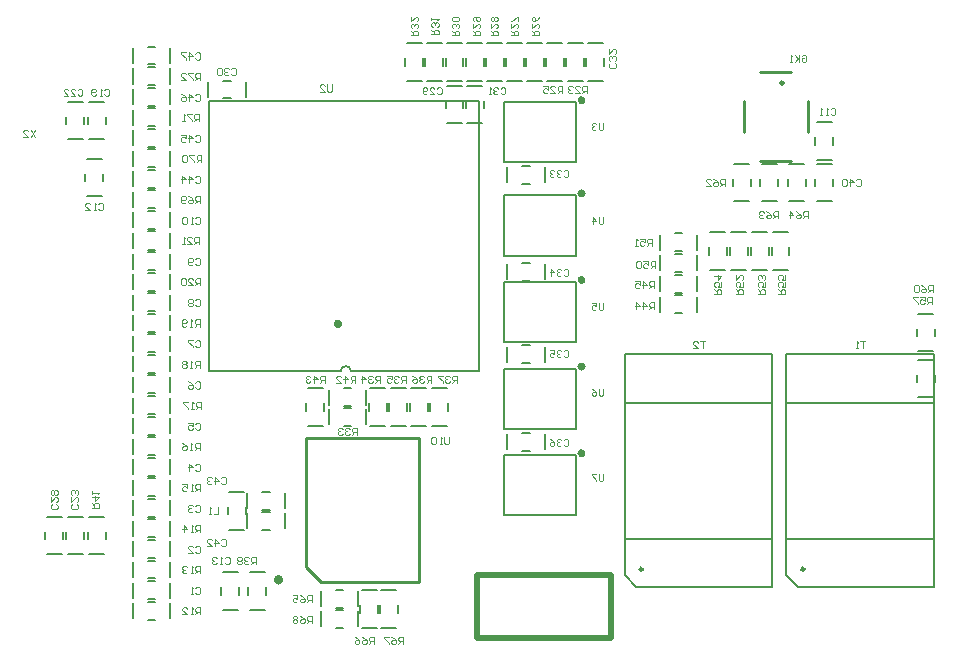
<source format=gbo>
G04*
G04 #@! TF.GenerationSoftware,Altium Limited,Altium Designer,23.9.2 (47)*
G04*
G04 Layer_Color=32896*
%FSAX42Y42*%
%MOMM*%
G71*
G04*
G04 #@! TF.SameCoordinates,ED947BB0-FBEA-436B-BB51-AA8F8EE6EC71*
G04*
G04*
G04 #@! TF.FilePolarity,Positive*
G04*
G01*
G75*
%ADD12C,0.40*%
%ADD13C,0.20*%
%ADD14C,0.15*%
%ADD15C,0.25*%
%ADD17C,0.10*%
%ADD50C,0.30*%
%ADD51C,0.50*%
D12*
X002570Y001012D02*
G03*
X002570Y001012I-000020J000000D01*
G01*
D13*
X003164Y002782D02*
G03*
X003075Y002782I-000044J-000007D01*
G01*
X006850Y002920D02*
X008100D01*
X006850Y001360D02*
X008100D01*
X006850Y002510D02*
X008100D01*
Y000950D02*
Y002920D01*
X006850Y001050D02*
Y002920D01*
Y001050D02*
X006950Y000950D01*
X008100D01*
X005480Y002920D02*
X006730D01*
X005480Y001360D02*
X006730D01*
X005480Y002510D02*
X006730D01*
Y000950D02*
Y002920D01*
X005480Y001050D02*
Y002920D01*
Y001050D02*
X005580Y000950D01*
X006730D01*
X005065Y001556D02*
Y002065D01*
X004455Y001556D02*
X005065D01*
X004455Y002065D02*
X005065D01*
X004455Y001556D02*
Y002065D01*
Y002289D02*
Y002798D01*
X005065D01*
X004455Y002289D02*
X005065D01*
Y002798D01*
Y003023D02*
Y003532D01*
X004455Y003023D02*
X005065D01*
X004455Y003532D02*
X005065D01*
X004455Y003023D02*
Y003532D01*
Y003756D02*
Y004265D01*
X005065D01*
X004455Y003756D02*
X005065D01*
Y004265D01*
X004455Y004546D02*
Y005055D01*
X005065D01*
X004455Y004546D02*
X005065D01*
Y005055D01*
X003164Y002782D02*
X004244D01*
X001958D02*
X002529D01*
X003075D01*
X001958D02*
Y005068D01*
X004244D01*
Y002782D02*
Y005068D01*
D14*
X003103Y002314D02*
X003167D01*
X003103Y002466D02*
X003167D01*
X002976Y002326D02*
Y002453D01*
X003294Y002326D02*
Y002453D01*
X002976Y002494D02*
Y002621D01*
X003294Y002494D02*
Y002621D01*
X003103Y002481D02*
X003167D01*
X003103Y002633D02*
X003167D01*
X006206Y003637D02*
X006333D01*
X006206Y003954D02*
X006333D01*
X006346Y003763D02*
Y003827D01*
X006194Y003763D02*
Y003827D01*
X006383Y003637D02*
X006510D01*
X006383Y003954D02*
X006510D01*
X006523Y003763D02*
Y003827D01*
X006370Y003763D02*
Y003827D01*
X006560Y003637D02*
X006687D01*
X006560Y003954D02*
X006687D01*
X006700Y003763D02*
Y003827D01*
X006547Y003763D02*
Y003827D01*
X006736Y003637D02*
X006864D01*
X006736Y003954D02*
X006864D01*
X006876Y003763D02*
Y003827D01*
X006724Y003763D02*
Y003827D01*
X002797Y002633D02*
X002924D01*
X002797Y002316D02*
X002924D01*
X002784Y002507D02*
X002784Y002443D01*
X002936Y002443D02*
X002936Y002507D01*
X003986Y002443D02*
Y002507D01*
X003834Y002443D02*
Y002507D01*
X003847Y002316D02*
X003974D01*
X003847Y002633D02*
X003974D01*
X003813Y002443D02*
Y002507D01*
X003660Y002443D02*
Y002507D01*
X003673Y002316D02*
X003800D01*
X003673Y002633D02*
X003800D01*
X003640Y002443D02*
Y002507D01*
X003487Y002443D02*
Y002507D01*
X003500Y002316D02*
X003627D01*
X003500Y002633D02*
X003627D01*
X000754Y004866D02*
Y004929D01*
X000906Y004866D02*
Y004929D01*
X000766Y005056D02*
X000894D01*
X000766Y004739D02*
X000894D01*
X000766Y001227D02*
X000894D01*
X000766Y001544D02*
X000894D01*
X000906Y001353D02*
Y001417D01*
X000754Y001353D02*
Y001417D01*
X000927Y004257D02*
X001053D01*
X000927Y004575D02*
X001053D01*
X001066Y004384D02*
Y004448D01*
X000914Y004384D02*
Y004448D01*
X001086Y001353D02*
Y001416D01*
X000934Y001353D02*
Y001416D01*
X000947Y001226D02*
X001073D01*
X000947Y001544D02*
X001073D01*
X001316Y005212D02*
Y005340D01*
X001634Y005212D02*
Y005340D01*
X001444Y005200D02*
X001507D01*
X001444Y005352D02*
X001507D01*
X001316Y005387D02*
Y005514D01*
X001634Y005387D02*
Y005514D01*
X001444Y005374D02*
X001507D01*
X001444Y005526D02*
X001507D01*
X000574Y001353D02*
Y001417D01*
X000726Y001353D02*
Y001417D01*
X000586Y001544D02*
X000714D01*
X000586Y001227D02*
X000714D01*
X000947Y004739D02*
X001074D01*
X000947Y005056D02*
X001074D01*
X001086Y004866D02*
Y004929D01*
X000934Y004866D02*
Y004929D01*
X002076Y000757D02*
X002203D01*
X002076Y001074D02*
X002203D01*
X002216Y000884D02*
Y000947D01*
X002064Y000884D02*
Y000947D01*
X003226Y000786D02*
Y000914D01*
X002908Y000786D02*
Y000914D01*
X003035Y000926D02*
X003099D01*
X003035Y000774D02*
X003099D01*
X003326Y002633D02*
X003453D01*
X003326Y002316D02*
X003453D01*
X003314Y002443D02*
Y002507D01*
X003466Y002443D02*
Y002507D01*
X004613Y002104D02*
X004676D01*
X004613Y002256D02*
X004676D01*
X004486Y002117D02*
Y002243D01*
X004803Y002117D02*
Y002243D01*
X004613Y002844D02*
X004676D01*
X004613Y002996D02*
X004676D01*
X004486Y002857D02*
Y002983D01*
X004803Y002857D02*
Y002983D01*
X004613Y003544D02*
X004676D01*
X004613Y003696D02*
X004676D01*
X004486Y003556D02*
Y003683D01*
X004803Y003556D02*
Y003683D01*
X004613Y004364D02*
X004676D01*
X004613Y004516D02*
X004676D01*
X004486Y004376D02*
Y004503D01*
X004803Y004376D02*
Y004503D01*
X005306Y005363D02*
Y005427D01*
X005154Y005363D02*
Y005427D01*
X005167Y005237D02*
X005294D01*
X005167Y005554D02*
X005294D01*
X001444Y005178D02*
X001507D01*
X001444Y005026D02*
X001507D01*
X001634Y005038D02*
Y005165D01*
X001316Y005038D02*
Y005165D01*
X001444Y004830D02*
X001507D01*
X001444Y004678D02*
X001507D01*
X001634Y004690D02*
Y004817D01*
X001316Y004690D02*
Y004817D01*
X001444Y004482D02*
X001507D01*
X001444Y004329D02*
X001507D01*
X001634Y004342D02*
Y004469D01*
X001316Y004342D02*
Y004469D01*
X002414Y001756D02*
X002477D01*
X002414Y001604D02*
X002477D01*
X002604Y001617D02*
Y001743D01*
X002286Y001617D02*
Y001743D01*
X002414Y001589D02*
X002477D01*
X002414Y001436D02*
X002477D01*
X002604Y001449D02*
Y001576D01*
X002286Y001449D02*
Y001576D01*
X007246Y004343D02*
Y004406D01*
X007094Y004343D02*
Y004406D01*
X007107Y004216D02*
X007233D01*
X007107Y004533D02*
X007233D01*
X004286Y005003D02*
Y005067D01*
X004134Y005003D02*
Y005067D01*
X004147Y004876D02*
X004274D01*
X004147Y005194D02*
X004274D01*
X002082Y005086D02*
X002146D01*
X002082Y005238D02*
X002146D01*
X001955Y005098D02*
Y005225D01*
X002273Y005098D02*
Y005225D01*
X003964Y005003D02*
Y005067D01*
X004116Y005003D02*
Y005067D01*
X003976Y005194D02*
X004103D01*
X003976Y004876D02*
X004103D01*
X007094Y004696D02*
Y004759D01*
X007246Y004696D02*
Y004759D01*
X007107Y004886D02*
X007233D01*
X007107Y004569D02*
X007233D01*
X001444Y004134D02*
X001507D01*
X001444Y003981D02*
X001507D01*
X001634Y003994D02*
Y004121D01*
X001316Y003994D02*
Y004121D01*
X001444Y003785D02*
X001507D01*
X001444Y003633D02*
X001507D01*
X001634Y003646D02*
Y003773D01*
X001316Y003646D02*
Y003773D01*
X001444Y003437D02*
X001507D01*
X001444Y003285D02*
X001507D01*
X001634Y003298D02*
Y003425D01*
X001316Y003298D02*
Y003425D01*
X001444Y003089D02*
X001507D01*
X001444Y002937D02*
X001507D01*
X001634Y002949D02*
Y003076D01*
X001316Y002949D02*
Y003076D01*
X001444Y002741D02*
X001507D01*
X001444Y002589D02*
X001507D01*
X001634Y002601D02*
Y002728D01*
X001316Y002601D02*
Y002728D01*
X001444Y002393D02*
X001507D01*
X001444Y002240D02*
X001507D01*
X001634Y002253D02*
Y002380D01*
X001316Y002253D02*
Y002380D01*
X001444Y002045D02*
X001507D01*
X001444Y001892D02*
X001507D01*
X001634Y001905D02*
Y002032D01*
X001316Y001905D02*
Y002032D01*
X001444Y001697D02*
X001507D01*
X001444Y001544D02*
X001507D01*
X001634Y001557D02*
Y001684D01*
X001316Y001557D02*
Y001684D01*
X001444Y001348D02*
X001507D01*
X001444Y001196D02*
X001507D01*
X001634Y001209D02*
Y001336D01*
X001316Y001209D02*
Y001336D01*
X001444Y001000D02*
X001507D01*
X001444Y000848D02*
X001507D01*
X001634Y000861D02*
Y000988D01*
X001316Y000861D02*
Y000988D01*
X005903Y003618D02*
X005967D01*
X005903Y003770D02*
X005967D01*
X005776Y003631D02*
Y003758D01*
X006094Y003631D02*
Y003758D01*
Y003455D02*
Y003582D01*
X005776Y003455D02*
Y003582D01*
X005903Y003595D02*
X005967D01*
X005903Y003442D02*
X005967D01*
X005903Y003266D02*
X005967D01*
X005903Y003419D02*
X005967D01*
X005776Y003279D02*
Y003406D01*
X006094Y003279D02*
Y003406D01*
X005903Y003794D02*
X005967D01*
X005903Y003946D02*
X005967D01*
X005776Y003806D02*
Y003933D01*
X006094Y003806D02*
Y003933D01*
X002132Y001436D02*
X002259D01*
X002132Y001754D02*
X002259D01*
X002271Y001564D02*
Y001627D01*
X002119Y001564D02*
Y001627D01*
X003226Y000620D02*
Y000747D01*
X002908Y000620D02*
Y000747D01*
X003035Y000759D02*
X003099D01*
X003035Y000607D02*
X003099D01*
X003241Y000734D02*
Y000797D01*
X003393Y000734D02*
Y000797D01*
X003254Y000924D02*
X003381D01*
X003254Y000607D02*
X003381D01*
X003421D02*
X003548D01*
X003421Y000924D02*
X003548D01*
X003561Y000734D02*
Y000797D01*
X003408Y000734D02*
Y000797D01*
X006780Y004343D02*
Y004406D01*
X006628Y004343D02*
Y004406D01*
X006641Y004216D02*
X006768D01*
X006641Y004533D02*
X006768D01*
X007013Y004343D02*
Y004406D01*
X006861Y004343D02*
Y004406D01*
X006874Y004216D02*
X007001D01*
X006874Y004533D02*
X007001D01*
X006395Y004343D02*
Y004406D01*
X006547Y004343D02*
Y004406D01*
X006408Y004533D02*
X006535D01*
X006408Y004216D02*
X006535D01*
X003624Y005363D02*
Y005427D01*
X003776Y005363D02*
Y005427D01*
X003637Y005554D02*
X003763D01*
X003637Y005237D02*
X003763D01*
X003794Y005363D02*
Y005427D01*
X003946Y005363D02*
Y005427D01*
X003806Y005554D02*
X003933D01*
X003806Y005237D02*
X003933D01*
X003964Y005363D02*
Y005427D01*
X004116Y005363D02*
Y005427D01*
X003976Y005554D02*
X004103D01*
X003976Y005237D02*
X004103D01*
X004134Y005363D02*
Y005427D01*
X004286Y005363D02*
Y005427D01*
X004147Y005554D02*
X004274D01*
X004147Y005237D02*
X004274D01*
X004304Y005363D02*
Y005427D01*
X004456Y005363D02*
Y005427D01*
X004317Y005554D02*
X004444D01*
X004317Y005237D02*
X004444D01*
X004474Y005363D02*
Y005427D01*
X004626Y005363D02*
Y005427D01*
X004487Y005554D02*
X004613D01*
X004487Y005237D02*
X004613D01*
X004644Y005363D02*
Y005427D01*
X004796Y005363D02*
Y005427D01*
X004656Y005554D02*
X004783D01*
X004656Y005237D02*
X004783D01*
X004826D02*
X004953D01*
X004826Y005554D02*
X004953D01*
X004966Y005363D02*
Y005427D01*
X004814Y005363D02*
Y005427D01*
X004997Y005554D02*
X005124D01*
X004997Y005237D02*
X005124D01*
X004984Y005363D02*
Y005427D01*
X005136Y005363D02*
Y005427D01*
X001316Y004516D02*
Y004643D01*
X001634Y004516D02*
Y004643D01*
X001444Y004503D02*
X001507D01*
X001444Y004656D02*
X001507D01*
X001444Y004308D02*
X001507D01*
X001444Y004155D02*
X001507D01*
X001634Y004168D02*
Y004295D01*
X001316Y004168D02*
Y004295D01*
X002306Y000757D02*
X002433D01*
X002306Y001074D02*
X002433D01*
X002445Y000884D02*
Y000947D01*
X002293Y000884D02*
Y000947D01*
X001316Y001035D02*
Y001162D01*
X001634Y001035D02*
Y001162D01*
X001444Y001022D02*
X001507D01*
X001444Y001174D02*
X001507D01*
X001316Y002427D02*
Y002554D01*
X001634Y002427D02*
Y002554D01*
X001444Y002415D02*
X001507D01*
X001444Y002567D02*
X001507D01*
X001316Y001383D02*
Y001510D01*
X001634Y001383D02*
Y001510D01*
X001444Y001370D02*
X001507D01*
X001444Y001522D02*
X001507D01*
X001316Y002079D02*
Y002206D01*
X001634Y002079D02*
Y002206D01*
X001444Y002066D02*
X001507D01*
X001444Y002219D02*
X001507D01*
X001316Y001731D02*
Y001858D01*
X001634Y001731D02*
Y001858D01*
X001444Y001718D02*
X001507D01*
X001444Y001871D02*
X001507D01*
X001316Y002775D02*
Y002902D01*
X001634Y002775D02*
Y002902D01*
X001444Y002763D02*
X001507D01*
X001444Y002915D02*
X001507D01*
X001316Y003472D02*
Y003599D01*
X001634Y003472D02*
Y003599D01*
X001444Y003459D02*
X001507D01*
X001444Y003611D02*
X001507D01*
X007954Y003074D02*
Y003137D01*
X008106Y003074D02*
Y003137D01*
X007967Y003264D02*
X008093D01*
X007967Y002947D02*
X008093D01*
X007954Y002683D02*
Y002747D01*
X008106Y002683D02*
Y002747D01*
X007967Y002874D02*
X008093D01*
X007967Y002556D02*
X008093D01*
X001316Y000686D02*
Y000814D01*
X001634Y000686D02*
Y000814D01*
X001444Y000674D02*
X001507D01*
X001444Y000826D02*
X001507D01*
X001316Y004864D02*
Y004991D01*
X001634Y004864D02*
Y004991D01*
X001444Y004852D02*
X001507D01*
X001444Y005004D02*
X001507D01*
X001316Y003820D02*
Y003947D01*
X001634Y003820D02*
Y003947D01*
X001444Y003807D02*
X001507D01*
X001444Y003960D02*
X001507D01*
X001316Y003124D02*
Y003251D01*
X001634Y003124D02*
Y003251D01*
X001444Y003111D02*
X001507D01*
X001444Y003263D02*
X001507D01*
D15*
X006828Y005216D02*
G03*
X006828Y005216I-000015J000000D01*
G01*
X007004Y001100D02*
G03*
X007004Y001100I-000014J000000D01*
G01*
X005634D02*
G03*
X005634Y001100I-000014J000000D01*
G01*
X002785Y001120D02*
Y002213D01*
Y001120D02*
X002912Y000993D01*
X003738D01*
X002785Y002213D02*
X003738D01*
Y000993D02*
Y002213D01*
X006488Y004801D02*
Y005064D01*
X007032Y004801D02*
Y005064D01*
X006625Y004554D02*
X006888D01*
X006625Y005309D02*
X006888D01*
D17*
X003995Y002220D02*
Y002170D01*
X003985Y002160D01*
X003965D01*
X003955Y002170D01*
Y002220D01*
X003935Y002160D02*
X003915D01*
X003925D01*
Y002220D01*
X003935Y002210D01*
X003885D02*
X003875Y002220D01*
X003855D01*
X003845Y002210D01*
Y002170D01*
X003855Y002160D01*
X003875D01*
X003885Y002170D01*
Y002210D01*
X003212Y002239D02*
Y002299D01*
X003182D01*
X003172Y002289D01*
Y002269D01*
X003182Y002259D01*
X003212D01*
X003192D02*
X003172Y002239D01*
X003152Y002289D02*
X003142Y002299D01*
X003122D01*
X003112Y002289D01*
Y002279D01*
X003122Y002269D01*
X003132D01*
X003122D01*
X003112Y002259D01*
Y002249D01*
X003122Y002239D01*
X003142D01*
X003152Y002249D01*
X003092Y002289D02*
X003082Y002299D01*
X003062D01*
X003052Y002289D01*
Y002279D01*
X003062Y002269D01*
X003072D01*
X003062D01*
X003052Y002259D01*
Y002249D01*
X003062Y002239D01*
X003082D01*
X003092Y002249D01*
X006240Y003430D02*
X006300D01*
Y003460D01*
X006290Y003470D01*
X006270D01*
X006260Y003460D01*
Y003430D01*
Y003450D02*
X006240Y003470D01*
X006300Y003530D02*
Y003490D01*
X006270D01*
X006280Y003510D01*
Y003520D01*
X006270Y003530D01*
X006250D01*
X006240Y003520D01*
Y003500D01*
X006250Y003490D01*
X006240Y003580D02*
X006300D01*
X006270Y003550D01*
Y003590D01*
X005730Y003300D02*
Y003360D01*
X005700D01*
X005690Y003350D01*
Y003330D01*
X005700Y003320D01*
X005730D01*
X005710D02*
X005690Y003300D01*
X005640D02*
Y003360D01*
X005670Y003330D01*
X005630D01*
X005580Y003300D02*
Y003360D01*
X005610Y003330D01*
X005570D01*
X003200Y002680D02*
Y002740D01*
X003170D01*
X003160Y002730D01*
Y002710D01*
X003170Y002700D01*
X003200D01*
X003180D02*
X003160Y002680D01*
X003110D02*
Y002740D01*
X003140Y002710D01*
X003100D01*
X003040Y002680D02*
X003080D01*
X003040Y002720D01*
Y002730D01*
X003050Y002740D01*
X003070D01*
X003080Y002730D01*
X003410Y002680D02*
Y002740D01*
X003380D01*
X003370Y002730D01*
Y002710D01*
X003380Y002700D01*
X003410D01*
X003390D02*
X003370Y002680D01*
X003350Y002730D02*
X003340Y002740D01*
X003320D01*
X003310Y002730D01*
Y002720D01*
X003320Y002710D01*
X003330D01*
X003320D01*
X003310Y002700D01*
Y002690D01*
X003320Y002680D01*
X003340D01*
X003350Y002690D01*
X003260Y002680D02*
Y002740D01*
X003290Y002710D01*
X003250D01*
X003627Y002680D02*
Y002740D01*
X003597D01*
X003587Y002730D01*
Y002710D01*
X003597Y002700D01*
X003627D01*
X003607D02*
X003587Y002680D01*
X003567Y002730D02*
X003557Y002740D01*
X003537D01*
X003527Y002730D01*
Y002720D01*
X003537Y002710D01*
X003547D01*
X003537D01*
X003527Y002700D01*
Y002690D01*
X003537Y002680D01*
X003557D01*
X003567Y002690D01*
X003467Y002740D02*
X003507D01*
Y002710D01*
X003487Y002720D01*
X003477D01*
X003467Y002710D01*
Y002690D01*
X003477Y002680D01*
X003497D01*
X003507Y002690D01*
X004060Y002680D02*
Y002740D01*
X004030D01*
X004020Y002730D01*
Y002710D01*
X004030Y002700D01*
X004060D01*
X004040D02*
X004020Y002680D01*
X004000Y002730D02*
X003990Y002740D01*
X003970D01*
X003960Y002730D01*
Y002720D01*
X003970Y002710D01*
X003980D01*
X003970D01*
X003960Y002700D01*
Y002690D01*
X003970Y002680D01*
X003990D01*
X004000Y002690D01*
X003940Y002740D02*
X003900D01*
Y002730D01*
X003940Y002690D01*
Y002680D01*
X003843D02*
Y002740D01*
X003813D01*
X003803Y002730D01*
Y002710D01*
X003813Y002700D01*
X003843D01*
X003823D02*
X003803Y002680D01*
X003783Y002730D02*
X003773Y002740D01*
X003753D01*
X003743Y002730D01*
Y002720D01*
X003753Y002710D01*
X003763D01*
X003753D01*
X003743Y002700D01*
Y002690D01*
X003753Y002680D01*
X003773D01*
X003783Y002690D01*
X003683Y002740D02*
X003703Y002730D01*
X003723Y002710D01*
Y002690D01*
X003713Y002680D01*
X003693D01*
X003683Y002690D01*
Y002700D01*
X003693Y002710D01*
X003723D01*
X002940Y002680D02*
Y002740D01*
X002910D01*
X002900Y002730D01*
Y002710D01*
X002910Y002700D01*
X002940D01*
X002920D02*
X002900Y002680D01*
X002850D02*
Y002740D01*
X002880Y002710D01*
X002840D01*
X002820Y002730D02*
X002810Y002740D01*
X002790D01*
X002780Y002730D01*
Y002720D01*
X002790Y002710D01*
X002800D01*
X002790D01*
X002780Y002700D01*
Y002690D01*
X002790Y002680D01*
X002810D01*
X002820Y002690D01*
X006420Y003430D02*
X006480D01*
Y003460D01*
X006470Y003470D01*
X006450D01*
X006440Y003460D01*
Y003430D01*
Y003450D02*
X006420Y003470D01*
X006480Y003530D02*
Y003490D01*
X006450D01*
X006460Y003510D01*
Y003520D01*
X006450Y003530D01*
X006430D01*
X006420Y003520D01*
Y003500D01*
X006430Y003490D01*
X006420Y003590D02*
Y003550D01*
X006460Y003590D01*
X006470D01*
X006480Y003580D01*
Y003560D01*
X006470Y003550D01*
X006610Y003430D02*
X006670D01*
Y003460D01*
X006660Y003470D01*
X006640D01*
X006630Y003460D01*
Y003430D01*
Y003450D02*
X006610Y003470D01*
X006670Y003530D02*
Y003490D01*
X006640D01*
X006650Y003510D01*
Y003520D01*
X006640Y003530D01*
X006620D01*
X006610Y003520D01*
Y003500D01*
X006620Y003490D01*
X006660Y003550D02*
X006670Y003560D01*
Y003580D01*
X006660Y003590D01*
X006650D01*
X006640Y003580D01*
Y003570D01*
Y003580D01*
X006630Y003590D01*
X006620D01*
X006610Y003580D01*
Y003560D01*
X006620Y003550D01*
X006780Y003430D02*
X006840D01*
Y003460D01*
X006830Y003470D01*
X006810D01*
X006800Y003460D01*
Y003430D01*
Y003450D02*
X006780Y003470D01*
X006840Y003530D02*
Y003490D01*
X006810D01*
X006820Y003510D01*
Y003520D01*
X006810Y003530D01*
X006790D01*
X006780Y003520D01*
Y003500D01*
X006790Y003490D01*
X006840Y003590D02*
Y003550D01*
X006810D01*
X006820Y003570D01*
Y003580D01*
X006810Y003590D01*
X006790D01*
X006780Y003580D01*
Y003560D01*
X006790Y003550D01*
X000490Y004820D02*
X000450Y004760D01*
Y004820D02*
X000490Y004760D01*
X000390D02*
X000430D01*
X000390Y004800D01*
Y004810D01*
X000400Y004820D01*
X000420D01*
X000430Y004810D01*
X001886Y005240D02*
Y005300D01*
X001856D01*
X001846Y005290D01*
Y005270D01*
X001856Y005260D01*
X001886D01*
X001866D02*
X001846Y005240D01*
X001826Y005300D02*
X001786D01*
Y005290D01*
X001826Y005250D01*
Y005240D01*
X001726D02*
X001766D01*
X001726Y005280D01*
Y005290D01*
X001736Y005300D01*
X001756D01*
X001766Y005290D01*
X001846Y005466D02*
X001856Y005476D01*
X001876D01*
X001886Y005466D01*
Y005426D01*
X001876Y005416D01*
X001856D01*
X001846Y005426D01*
X001796Y005416D02*
Y005476D01*
X001826Y005446D01*
X001786D01*
X001766Y005476D02*
X001726D01*
Y005466D01*
X001766Y005426D01*
Y005416D01*
X001876Y004895D02*
Y004955D01*
X001846D01*
X001836Y004945D01*
Y004925D01*
X001846Y004915D01*
X001876D01*
X001856D02*
X001836Y004895D01*
X001816Y004955D02*
X001776D01*
Y004945D01*
X001816Y004905D01*
Y004895D01*
X001756D02*
X001736D01*
X001746D01*
Y004955D01*
X001756Y004945D01*
X001896Y004547D02*
Y004607D01*
X001866D01*
X001856Y004597D01*
Y004577D01*
X001866Y004567D01*
X001896D01*
X001876D02*
X001856Y004547D01*
X001836Y004607D02*
X001796D01*
Y004597D01*
X001836Y004557D01*
Y004547D01*
X001776Y004597D02*
X001766Y004607D01*
X001746D01*
X001736Y004597D01*
Y004557D01*
X001746Y004547D01*
X001766D01*
X001776Y004557D01*
Y004597D01*
X001886Y004199D02*
Y004259D01*
X001856D01*
X001846Y004249D01*
Y004229D01*
X001856Y004219D01*
X001886D01*
X001866D02*
X001846Y004199D01*
X001786Y004259D02*
X001806Y004249D01*
X001826Y004229D01*
Y004209D01*
X001816Y004199D01*
X001796D01*
X001786Y004209D01*
Y004219D01*
X001796Y004229D01*
X001826D01*
X001766Y004209D02*
X001756Y004199D01*
X001736D01*
X001726Y004209D01*
Y004249D01*
X001736Y004259D01*
X001756D01*
X001766Y004249D01*
Y004239D01*
X001756Y004229D01*
X001726D01*
X001846Y005117D02*
X001856Y005127D01*
X001876D01*
X001886Y005117D01*
Y005077D01*
X001876Y005067D01*
X001856D01*
X001846Y005077D01*
X001796Y005067D02*
Y005127D01*
X001826Y005097D01*
X001786D01*
X001726Y005127D02*
X001746Y005117D01*
X001766Y005097D01*
Y005077D01*
X001756Y005067D01*
X001736D01*
X001726Y005077D01*
Y005087D01*
X001736Y005097D01*
X001766D01*
X001846Y004769D02*
X001856Y004779D01*
X001876D01*
X001886Y004769D01*
Y004729D01*
X001876Y004719D01*
X001856D01*
X001846Y004729D01*
X001796Y004719D02*
Y004779D01*
X001826Y004749D01*
X001786D01*
X001726Y004779D02*
X001766D01*
Y004749D01*
X001746Y004759D01*
X001736D01*
X001726Y004749D01*
Y004729D01*
X001736Y004719D01*
X001756D01*
X001766Y004729D01*
X001846Y004421D02*
X001856Y004431D01*
X001876D01*
X001886Y004421D01*
Y004381D01*
X001876Y004371D01*
X001856D01*
X001846Y004381D01*
X001796Y004371D02*
Y004431D01*
X001826Y004401D01*
X001786D01*
X001736Y004371D02*
Y004431D01*
X001766Y004401D01*
X001726D01*
X001876Y003851D02*
Y003911D01*
X001846D01*
X001836Y003901D01*
Y003881D01*
X001846Y003871D01*
X001876D01*
X001856D02*
X001836Y003851D01*
X001776D02*
X001816D01*
X001776Y003891D01*
Y003901D01*
X001786Y003911D01*
X001806D01*
X001816Y003901D01*
X001756Y003851D02*
X001736D01*
X001746D01*
Y003911D01*
X001756Y003901D01*
X001886Y003503D02*
Y003563D01*
X001856D01*
X001846Y003553D01*
Y003533D01*
X001856Y003523D01*
X001886D01*
X001866D02*
X001846Y003503D01*
X001786D02*
X001826D01*
X001786Y003543D01*
Y003553D01*
X001796Y003563D01*
X001816D01*
X001826Y003553D01*
X001766D02*
X001756Y003563D01*
X001736D01*
X001726Y003553D01*
Y003513D01*
X001736Y003503D01*
X001756D01*
X001766Y003513D01*
Y003553D01*
X001881Y003155D02*
Y003215D01*
X001851D01*
X001841Y003205D01*
Y003185D01*
X001851Y003175D01*
X001881D01*
X001861D02*
X001841Y003155D01*
X001821D02*
X001801D01*
X001811D01*
Y003215D01*
X001821Y003205D01*
X001771Y003165D02*
X001761Y003155D01*
X001741D01*
X001731Y003165D01*
Y003205D01*
X001741Y003215D01*
X001761D01*
X001771Y003205D01*
Y003195D01*
X001761Y003185D01*
X001731D01*
X001881Y002806D02*
Y002866D01*
X001851D01*
X001841Y002856D01*
Y002836D01*
X001851Y002826D01*
X001881D01*
X001861D02*
X001841Y002806D01*
X001821D02*
X001801D01*
X001811D01*
Y002866D01*
X001821Y002856D01*
X001771D02*
X001761Y002866D01*
X001741D01*
X001731Y002856D01*
Y002846D01*
X001741Y002836D01*
X001731Y002826D01*
Y002816D01*
X001741Y002806D01*
X001761D01*
X001771Y002816D01*
Y002826D01*
X001761Y002836D01*
X001771Y002846D01*
Y002856D01*
X001761Y002836D02*
X001741D01*
X001891Y002458D02*
Y002518D01*
X001861D01*
X001851Y002508D01*
Y002488D01*
X001861Y002478D01*
X001891D01*
X001871D02*
X001851Y002458D01*
X001831D02*
X001811D01*
X001821D01*
Y002518D01*
X001831Y002508D01*
X001781Y002518D02*
X001741D01*
Y002508D01*
X001781Y002468D01*
Y002458D01*
X001881Y002110D02*
Y002170D01*
X001851D01*
X001841Y002160D01*
Y002140D01*
X001851Y002130D01*
X001881D01*
X001861D02*
X001841Y002110D01*
X001821D02*
X001801D01*
X001811D01*
Y002170D01*
X001821Y002160D01*
X001731Y002170D02*
X001751Y002160D01*
X001771Y002140D01*
Y002120D01*
X001761Y002110D01*
X001741D01*
X001731Y002120D01*
Y002130D01*
X001741Y002140D01*
X001771D01*
X001886Y001762D02*
Y001822D01*
X001856D01*
X001846Y001812D01*
Y001792D01*
X001856Y001782D01*
X001886D01*
X001866D02*
X001846Y001762D01*
X001826D02*
X001806D01*
X001816D01*
Y001822D01*
X001826Y001812D01*
X001736Y001822D02*
X001776D01*
Y001792D01*
X001756Y001802D01*
X001746D01*
X001736Y001792D01*
Y001772D01*
X001746Y001762D01*
X001766D01*
X001776Y001772D01*
X001886Y001414D02*
Y001474D01*
X001856D01*
X001846Y001464D01*
Y001444D01*
X001856Y001434D01*
X001886D01*
X001866D02*
X001846Y001414D01*
X001826D02*
X001806D01*
X001816D01*
Y001474D01*
X001826Y001464D01*
X001746Y001414D02*
Y001474D01*
X001776Y001444D01*
X001736D01*
X001846Y004073D02*
X001856Y004083D01*
X001876D01*
X001886Y004073D01*
Y004033D01*
X001876Y004023D01*
X001856D01*
X001846Y004033D01*
X001826Y004023D02*
X001806D01*
X001816D01*
Y004083D01*
X001826Y004073D01*
X001776D02*
X001766Y004083D01*
X001746D01*
X001736Y004073D01*
Y004033D01*
X001746Y004023D01*
X001766D01*
X001776Y004033D01*
Y004073D01*
X001846Y003724D02*
X001856Y003734D01*
X001876D01*
X001886Y003724D01*
Y003685D01*
X001876Y003675D01*
X001856D01*
X001846Y003685D01*
X001826D02*
X001816Y003675D01*
X001796D01*
X001786Y003685D01*
Y003724D01*
X001796Y003734D01*
X001816D01*
X001826Y003724D01*
Y003714D01*
X001816Y003704D01*
X001786D01*
X001846Y003376D02*
X001856Y003386D01*
X001876D01*
X001886Y003376D01*
Y003336D01*
X001876Y003326D01*
X001856D01*
X001846Y003336D01*
X001826Y003376D02*
X001816Y003386D01*
X001796D01*
X001786Y003376D01*
Y003366D01*
X001796Y003356D01*
X001786Y003346D01*
Y003336D01*
X001796Y003326D01*
X001816D01*
X001826Y003336D01*
Y003346D01*
X001816Y003356D01*
X001826Y003366D01*
Y003376D01*
X001816Y003356D02*
X001796D01*
X001846Y003028D02*
X001856Y003038D01*
X001876D01*
X001886Y003028D01*
Y002988D01*
X001876Y002978D01*
X001856D01*
X001846Y002988D01*
X001826Y003038D02*
X001786D01*
Y003028D01*
X001826Y002988D01*
Y002978D01*
X001846Y002680D02*
X001856Y002690D01*
X001876D01*
X001886Y002680D01*
Y002640D01*
X001876Y002630D01*
X001856D01*
X001846Y002640D01*
X001786Y002690D02*
X001806Y002680D01*
X001826Y002660D01*
Y002640D01*
X001816Y002630D01*
X001796D01*
X001786Y002640D01*
Y002650D01*
X001796Y002660D01*
X001826D01*
X001846Y002332D02*
X001856Y002342D01*
X001876D01*
X001886Y002332D01*
Y002292D01*
X001876Y002282D01*
X001856D01*
X001846Y002292D01*
X001786Y002342D02*
X001826D01*
Y002312D01*
X001806Y002322D01*
X001796D01*
X001786Y002312D01*
Y002292D01*
X001796Y002282D01*
X001816D01*
X001826Y002292D01*
X001846Y001984D02*
X001856Y001994D01*
X001876D01*
X001886Y001984D01*
Y001944D01*
X001876Y001934D01*
X001856D01*
X001846Y001944D01*
X001796Y001934D02*
Y001994D01*
X001826Y001964D01*
X001786D01*
X001846Y001636D02*
X001856Y001646D01*
X001876D01*
X001886Y001636D01*
Y001596D01*
X001876Y001586D01*
X001856D01*
X001846Y001596D01*
X001826Y001636D02*
X001816Y001646D01*
X001796D01*
X001786Y001636D01*
Y001626D01*
X001796Y001616D01*
X001806D01*
X001796D01*
X001786Y001606D01*
Y001596D01*
X001796Y001586D01*
X001816D01*
X001826Y001596D01*
X001846Y001287D02*
X001856Y001297D01*
X001876D01*
X001886Y001287D01*
Y001247D01*
X001876Y001237D01*
X001856D01*
X001846Y001247D01*
X001786Y001237D02*
X001826D01*
X001786Y001277D01*
Y001287D01*
X001796Y001297D01*
X001816D01*
X001826Y001287D01*
X006980Y005445D02*
X006990Y005455D01*
X007010D01*
X007020Y005445D01*
Y005405D01*
X007010Y005395D01*
X006990D01*
X006980Y005405D01*
Y005425D01*
X007000D01*
X006960Y005455D02*
Y005395D01*
Y005415D01*
X006920Y005455D01*
X006950Y005425D01*
X006920Y005395D01*
X006900D02*
X006880D01*
X006890D01*
Y005455D01*
X006900Y005445D01*
X005300Y001905D02*
Y001855D01*
X005290Y001845D01*
X005270D01*
X005260Y001855D01*
Y001905D01*
X005240D02*
X005200D01*
Y001895D01*
X005240Y001855D01*
Y001845D01*
X005300Y002630D02*
Y002580D01*
X005290Y002570D01*
X005270D01*
X005260Y002580D01*
Y002630D01*
X005200D02*
X005220Y002620D01*
X005240Y002600D01*
Y002580D01*
X005230Y002570D01*
X005210D01*
X005200Y002580D01*
Y002590D01*
X005210Y002600D01*
X005240D01*
X005300Y003355D02*
Y003305D01*
X005290Y003295D01*
X005270D01*
X005260Y003305D01*
Y003355D01*
X005200D02*
X005240D01*
Y003325D01*
X005220Y003335D01*
X005210D01*
X005200Y003325D01*
Y003305D01*
X005210Y003295D01*
X005230D01*
X005240Y003305D01*
X005300Y004080D02*
Y004030D01*
X005290Y004020D01*
X005270D01*
X005260Y004030D01*
Y004080D01*
X005210Y004020D02*
Y004080D01*
X005240Y004050D01*
X005200D01*
X005300Y004880D02*
Y004830D01*
X005290Y004820D01*
X005270D01*
X005260Y004830D01*
Y004880D01*
X005240Y004870D02*
X005230Y004880D01*
X005210D01*
X005200Y004870D01*
Y004860D01*
X005210Y004850D01*
X005220D01*
X005210D01*
X005200Y004840D01*
Y004830D01*
X005210Y004820D01*
X005230D01*
X005240Y004830D01*
X003000Y005205D02*
Y005155D01*
X002990Y005145D01*
X002970D01*
X002960Y005155D01*
Y005205D01*
X002900Y005145D02*
X002940D01*
X002900Y005185D01*
Y005195D01*
X002910Y005205D01*
X002930D01*
X002940Y005195D01*
X006160Y003030D02*
X006120D01*
X006140D01*
Y002970D01*
X006060D02*
X006100D01*
X006060Y003010D01*
Y003020D01*
X006070Y003030D01*
X006090D01*
X006100Y003020D01*
X007515Y003030D02*
X007475D01*
X007495D01*
Y002970D01*
X007455D02*
X007435D01*
X007445D01*
Y003030D01*
X007455Y003020D01*
X002830Y000645D02*
Y000705D01*
X002800D01*
X002790Y000695D01*
Y000675D01*
X002800Y000665D01*
X002830D01*
X002810D02*
X002790Y000645D01*
X002730Y000705D02*
X002750Y000695D01*
X002770Y000675D01*
Y000655D01*
X002760Y000645D01*
X002740D01*
X002730Y000655D01*
Y000665D01*
X002740Y000675D01*
X002770D01*
X002710Y000695D02*
X002700Y000705D01*
X002680D01*
X002670Y000695D01*
Y000685D01*
X002680Y000675D01*
X002670Y000665D01*
Y000655D01*
X002680Y000645D01*
X002700D01*
X002710Y000655D01*
Y000665D01*
X002700Y000675D01*
X002710Y000685D01*
Y000695D01*
X002700Y000675D02*
X002680D01*
X003605Y000470D02*
Y000530D01*
X003575D01*
X003565Y000520D01*
Y000500D01*
X003575Y000490D01*
X003605D01*
X003585D02*
X003565Y000470D01*
X003505Y000530D02*
X003525Y000520D01*
X003545Y000500D01*
Y000480D01*
X003535Y000470D01*
X003515D01*
X003505Y000480D01*
Y000490D01*
X003515Y000500D01*
X003545D01*
X003485Y000530D02*
X003445D01*
Y000520D01*
X003485Y000480D01*
Y000470D01*
X003355D02*
Y000530D01*
X003325D01*
X003315Y000520D01*
Y000500D01*
X003325Y000490D01*
X003355D01*
X003335D02*
X003315Y000470D01*
X003255Y000530D02*
X003275Y000520D01*
X003295Y000500D01*
Y000480D01*
X003285Y000470D01*
X003265D01*
X003255Y000480D01*
Y000490D01*
X003265Y000500D01*
X003295D01*
X003195Y000530D02*
X003215Y000520D01*
X003235Y000500D01*
Y000480D01*
X003225Y000470D01*
X003205D01*
X003195Y000480D01*
Y000490D01*
X003205Y000500D01*
X003235D01*
X002830Y000820D02*
Y000880D01*
X002800D01*
X002790Y000870D01*
Y000850D01*
X002800Y000840D01*
X002830D01*
X002810D02*
X002790Y000820D01*
X002730Y000880D02*
X002750Y000870D01*
X002770Y000850D01*
Y000830D01*
X002760Y000820D01*
X002740D01*
X002730Y000830D01*
Y000840D01*
X002740Y000850D01*
X002770D01*
X002670Y000880D02*
X002710D01*
Y000850D01*
X002690Y000860D01*
X002680D01*
X002670Y000850D01*
Y000830D01*
X002680Y000820D01*
X002700D01*
X002710Y000830D01*
X007030Y004070D02*
Y004130D01*
X007000D01*
X006990Y004120D01*
Y004100D01*
X007000Y004090D01*
X007030D01*
X007010D02*
X006990Y004070D01*
X006930Y004130D02*
X006950Y004120D01*
X006970Y004100D01*
Y004080D01*
X006960Y004070D01*
X006940D01*
X006930Y004080D01*
Y004090D01*
X006940Y004100D01*
X006970D01*
X006880Y004070D02*
Y004130D01*
X006910Y004100D01*
X006870D01*
X006780Y004070D02*
Y004130D01*
X006750D01*
X006740Y004120D01*
Y004100D01*
X006750Y004090D01*
X006780D01*
X006760D02*
X006740Y004070D01*
X006680Y004130D02*
X006700Y004120D01*
X006720Y004100D01*
Y004080D01*
X006710Y004070D01*
X006690D01*
X006680Y004080D01*
Y004090D01*
X006690Y004100D01*
X006720D01*
X006660Y004120D02*
X006650Y004130D01*
X006630D01*
X006620Y004120D01*
Y004110D01*
X006630Y004100D01*
X006640D01*
X006630D01*
X006620Y004090D01*
Y004080D01*
X006630Y004070D01*
X006650D01*
X006660Y004080D01*
X006330Y004345D02*
Y004405D01*
X006300D01*
X006290Y004395D01*
Y004375D01*
X006300Y004365D01*
X006330D01*
X006310D02*
X006290Y004345D01*
X006230Y004405D02*
X006250Y004395D01*
X006270Y004375D01*
Y004355D01*
X006260Y004345D01*
X006240D01*
X006230Y004355D01*
Y004365D01*
X006240Y004375D01*
X006270D01*
X006170Y004345D02*
X006210D01*
X006170Y004385D01*
Y004395D01*
X006180Y004405D01*
X006200D01*
X006210Y004395D01*
X008090Y003445D02*
Y003505D01*
X008060D01*
X008050Y003495D01*
Y003475D01*
X008060Y003465D01*
X008090D01*
X008070D02*
X008050Y003445D01*
X007990Y003505D02*
X008010Y003495D01*
X008030Y003475D01*
Y003455D01*
X008020Y003445D01*
X008000D01*
X007990Y003455D01*
Y003465D01*
X008000Y003475D01*
X008030D01*
X007970Y003495D02*
X007960Y003505D01*
X007940D01*
X007930Y003495D01*
Y003455D01*
X007940Y003445D01*
X007960D01*
X007970Y003455D01*
Y003495D01*
X008080Y003345D02*
Y003405D01*
X008050D01*
X008040Y003395D01*
Y003375D01*
X008050Y003365D01*
X008080D01*
X008060D02*
X008040Y003345D01*
X007980Y003405D02*
X008020D01*
Y003375D01*
X008000Y003385D01*
X007990D01*
X007980Y003375D01*
Y003355D01*
X007990Y003345D01*
X008010D01*
X008020Y003355D01*
X007960Y003405D02*
X007920D01*
Y003395D01*
X007960Y003355D01*
Y003345D01*
X005710Y003840D02*
Y003900D01*
X005680D01*
X005670Y003890D01*
Y003870D01*
X005680Y003860D01*
X005710D01*
X005690D02*
X005670Y003840D01*
X005610Y003900D02*
X005650D01*
Y003870D01*
X005630Y003880D01*
X005620D01*
X005610Y003870D01*
Y003850D01*
X005620Y003840D01*
X005640D01*
X005650Y003850D01*
X005590Y003840D02*
X005570D01*
X005580D01*
Y003900D01*
X005590Y003890D01*
X005740Y003650D02*
Y003710D01*
X005710D01*
X005700Y003700D01*
Y003680D01*
X005710Y003670D01*
X005740D01*
X005720D02*
X005700Y003650D01*
X005640Y003710D02*
X005680D01*
Y003680D01*
X005660Y003690D01*
X005650D01*
X005640Y003680D01*
Y003660D01*
X005650Y003650D01*
X005670D01*
X005680Y003660D01*
X005620Y003700D02*
X005610Y003710D01*
X005590D01*
X005580Y003700D01*
Y003660D01*
X005590Y003650D01*
X005610D01*
X005620Y003660D01*
Y003700D01*
X005730Y003480D02*
Y003540D01*
X005700D01*
X005690Y003530D01*
Y003510D01*
X005700Y003500D01*
X005730D01*
X005710D02*
X005690Y003480D01*
X005640D02*
Y003540D01*
X005670Y003510D01*
X005630D01*
X005570Y003540D02*
X005610D01*
Y003510D01*
X005590Y003520D01*
X005580D01*
X005570Y003510D01*
Y003490D01*
X005580Y003480D01*
X005600D01*
X005610Y003490D01*
X000970Y001620D02*
X001030D01*
Y001650D01*
X001020Y001660D01*
X001000D01*
X000990Y001650D01*
Y001620D01*
Y001640D02*
X000970Y001660D01*
Y001710D02*
X001030D01*
X001000Y001680D01*
Y001720D01*
X000970Y001740D02*
Y001760D01*
Y001750D01*
X001030D01*
X001020Y001740D01*
X002359Y001143D02*
Y001203D01*
X002329D01*
X002319Y001193D01*
Y001173D01*
X002329Y001163D01*
X002359D01*
X002339D02*
X002319Y001143D01*
X002299Y001193D02*
X002289Y001203D01*
X002269D01*
X002259Y001193D01*
Y001183D01*
X002269Y001173D01*
X002279D01*
X002269D01*
X002259Y001163D01*
Y001153D01*
X002269Y001143D01*
X002289D01*
X002299Y001153D01*
X002239Y001193D02*
X002229Y001203D01*
X002209D01*
X002199Y001193D01*
Y001183D01*
X002209Y001173D01*
X002199Y001163D01*
Y001153D01*
X002209Y001143D01*
X002229D01*
X002239Y001153D01*
Y001163D01*
X002229Y001173D01*
X002239Y001183D01*
Y001193D01*
X002229Y001173D02*
X002209D01*
X003670Y005620D02*
X003730D01*
Y005650D01*
X003720Y005660D01*
X003700D01*
X003690Y005650D01*
Y005620D01*
Y005640D02*
X003670Y005660D01*
X003720Y005680D02*
X003730Y005690D01*
Y005710D01*
X003720Y005720D01*
X003710D01*
X003700Y005710D01*
Y005700D01*
Y005710D01*
X003690Y005720D01*
X003680D01*
X003670Y005710D01*
Y005690D01*
X003680Y005680D01*
X003670Y005780D02*
Y005740D01*
X003710Y005780D01*
X003720D01*
X003730Y005770D01*
Y005750D01*
X003720Y005740D01*
X003845Y005630D02*
X003905D01*
Y005660D01*
X003895Y005670D01*
X003875D01*
X003865Y005660D01*
Y005630D01*
Y005650D02*
X003845Y005670D01*
X003895Y005690D02*
X003905Y005700D01*
Y005720D01*
X003895Y005730D01*
X003885D01*
X003875Y005720D01*
Y005710D01*
Y005720D01*
X003865Y005730D01*
X003855D01*
X003845Y005720D01*
Y005700D01*
X003855Y005690D01*
X003845Y005750D02*
Y005770D01*
Y005760D01*
X003905D01*
X003895Y005750D01*
X004020Y005620D02*
X004080D01*
Y005650D01*
X004070Y005660D01*
X004050D01*
X004040Y005650D01*
Y005620D01*
Y005640D02*
X004020Y005660D01*
X004070Y005680D02*
X004080Y005690D01*
Y005710D01*
X004070Y005720D01*
X004060D01*
X004050Y005710D01*
Y005700D01*
Y005710D01*
X004040Y005720D01*
X004030D01*
X004020Y005710D01*
Y005690D01*
X004030Y005680D01*
X004070Y005740D02*
X004080Y005750D01*
Y005770D01*
X004070Y005780D01*
X004030D01*
X004020Y005770D01*
Y005750D01*
X004030Y005740D01*
X004070D01*
X004195Y005620D02*
X004255D01*
Y005650D01*
X004245Y005660D01*
X004225D01*
X004215Y005650D01*
Y005620D01*
Y005640D02*
X004195Y005660D01*
Y005720D02*
Y005680D01*
X004235Y005720D01*
X004245D01*
X004255Y005710D01*
Y005690D01*
X004245Y005680D01*
X004205Y005740D02*
X004195Y005750D01*
Y005770D01*
X004205Y005780D01*
X004245D01*
X004255Y005770D01*
Y005750D01*
X004245Y005740D01*
X004235D01*
X004225Y005750D01*
Y005780D01*
X004345Y005620D02*
X004405D01*
Y005650D01*
X004395Y005660D01*
X004375D01*
X004365Y005650D01*
Y005620D01*
Y005640D02*
X004345Y005660D01*
Y005720D02*
Y005680D01*
X004385Y005720D01*
X004395D01*
X004405Y005710D01*
Y005690D01*
X004395Y005680D01*
Y005740D02*
X004405Y005750D01*
Y005770D01*
X004395Y005780D01*
X004385D01*
X004375Y005770D01*
X004365Y005780D01*
X004355D01*
X004345Y005770D01*
Y005750D01*
X004355Y005740D01*
X004365D01*
X004375Y005750D01*
X004385Y005740D01*
X004395D01*
X004375Y005750D02*
Y005770D01*
X004520Y005620D02*
X004580D01*
Y005650D01*
X004570Y005660D01*
X004550D01*
X004540Y005650D01*
Y005620D01*
Y005640D02*
X004520Y005660D01*
Y005720D02*
Y005680D01*
X004560Y005720D01*
X004570D01*
X004580Y005710D01*
Y005690D01*
X004570Y005680D01*
X004580Y005740D02*
Y005780D01*
X004570D01*
X004530Y005740D01*
X004520D01*
X004695Y005620D02*
X004755D01*
Y005650D01*
X004745Y005660D01*
X004725D01*
X004715Y005650D01*
Y005620D01*
Y005640D02*
X004695Y005660D01*
Y005720D02*
Y005680D01*
X004735Y005720D01*
X004745D01*
X004755Y005710D01*
Y005690D01*
X004745Y005680D01*
X004755Y005780D02*
X004745Y005760D01*
X004725Y005740D01*
X004705D01*
X004695Y005750D01*
Y005770D01*
X004705Y005780D01*
X004715D01*
X004725Y005770D01*
Y005740D01*
X004952Y005131D02*
Y005191D01*
X004922D01*
X004912Y005181D01*
Y005161D01*
X004922Y005151D01*
X004952D01*
X004932D02*
X004912Y005131D01*
X004852D02*
X004892D01*
X004852Y005171D01*
Y005181D01*
X004862Y005191D01*
X004882D01*
X004892Y005181D01*
X004792Y005191D02*
X004832D01*
Y005161D01*
X004812Y005171D01*
X004802D01*
X004792Y005161D01*
Y005141D01*
X004802Y005131D01*
X004822D01*
X004832Y005141D01*
X005161Y005131D02*
Y005191D01*
X005131D01*
X005121Y005181D01*
Y005161D01*
X005131Y005151D01*
X005161D01*
X005141D02*
X005121Y005131D01*
X005061D02*
X005101D01*
X005061Y005171D01*
Y005181D01*
X005071Y005191D01*
X005091D01*
X005101Y005181D01*
X005041D02*
X005031Y005191D01*
X005011D01*
X005001Y005181D01*
Y005171D01*
X005011Y005161D01*
X005021D01*
X005011D01*
X005001Y005151D01*
Y005141D01*
X005011Y005131D01*
X005031D01*
X005041Y005141D01*
X001886Y001066D02*
Y001126D01*
X001856D01*
X001846Y001116D01*
Y001096D01*
X001856Y001086D01*
X001886D01*
X001866D02*
X001846Y001066D01*
X001826D02*
X001806D01*
X001816D01*
Y001126D01*
X001826Y001116D01*
X001776D02*
X001766Y001126D01*
X001746D01*
X001736Y001116D01*
Y001106D01*
X001746Y001096D01*
X001756D01*
X001746D01*
X001736Y001086D01*
Y001076D01*
X001746Y001066D01*
X001766D01*
X001776Y001076D01*
X001886Y000718D02*
Y000777D01*
X001856D01*
X001846Y000767D01*
Y000747D01*
X001856Y000738D01*
X001886D01*
X001866D02*
X001846Y000718D01*
X001826D02*
X001806D01*
X001816D01*
Y000777D01*
X001826Y000767D01*
X001736Y000718D02*
X001776D01*
X001736Y000757D01*
Y000767D01*
X001746Y000777D01*
X001766D01*
X001776Y000767D01*
X002040Y001630D02*
Y001570D01*
X002000D01*
X001980D02*
X001960D01*
X001970D01*
Y001630D01*
X001980Y001620D01*
X002065Y001870D02*
X002075Y001880D01*
X002095D01*
X002105Y001870D01*
Y001830D01*
X002095Y001820D01*
X002075D01*
X002065Y001830D01*
X002015Y001820D02*
Y001880D01*
X002045Y001850D01*
X002005D01*
X001985Y001870D02*
X001975Y001880D01*
X001955D01*
X001945Y001870D01*
Y001860D01*
X001955Y001850D01*
X001965D01*
X001955D01*
X001945Y001840D01*
Y001830D01*
X001955Y001820D01*
X001975D01*
X001985Y001830D01*
X002065Y001345D02*
X002075Y001355D01*
X002095D01*
X002105Y001345D01*
Y001305D01*
X002095Y001295D01*
X002075D01*
X002065Y001305D01*
X002015Y001295D02*
Y001355D01*
X002045Y001325D01*
X002005D01*
X001945Y001295D02*
X001985D01*
X001945Y001335D01*
Y001345D01*
X001955Y001355D01*
X001975D01*
X001985Y001345D01*
X007440Y004395D02*
X007450Y004405D01*
X007470D01*
X007480Y004395D01*
Y004355D01*
X007470Y004345D01*
X007450D01*
X007440Y004355D01*
X007390Y004345D02*
Y004405D01*
X007420Y004375D01*
X007380D01*
X007360Y004395D02*
X007350Y004405D01*
X007330D01*
X007320Y004395D01*
Y004355D01*
X007330Y004345D01*
X007350D01*
X007360Y004355D01*
Y004395D01*
X004965Y002195D02*
X004975Y002205D01*
X004995D01*
X005005Y002195D01*
Y002155D01*
X004995Y002145D01*
X004975D01*
X004965Y002155D01*
X004945Y002195D02*
X004935Y002205D01*
X004915D01*
X004905Y002195D01*
Y002185D01*
X004915Y002175D01*
X004925D01*
X004915D01*
X004905Y002165D01*
Y002155D01*
X004915Y002145D01*
X004935D01*
X004945Y002155D01*
X004845Y002205D02*
X004865Y002195D01*
X004885Y002175D01*
Y002155D01*
X004875Y002145D01*
X004855D01*
X004845Y002155D01*
Y002165D01*
X004855Y002175D01*
X004885D01*
X004965Y002945D02*
X004975Y002955D01*
X004995D01*
X005005Y002945D01*
Y002905D01*
X004995Y002895D01*
X004975D01*
X004965Y002905D01*
X004945Y002945D02*
X004935Y002955D01*
X004915D01*
X004905Y002945D01*
Y002935D01*
X004915Y002925D01*
X004925D01*
X004915D01*
X004905Y002915D01*
Y002905D01*
X004915Y002895D01*
X004935D01*
X004945Y002905D01*
X004845Y002955D02*
X004885D01*
Y002925D01*
X004865Y002935D01*
X004855D01*
X004845Y002925D01*
Y002905D01*
X004855Y002895D01*
X004875D01*
X004885Y002905D01*
X004965Y003635D02*
X004975Y003645D01*
X004995D01*
X005005Y003635D01*
Y003595D01*
X004995Y003585D01*
X004975D01*
X004965Y003595D01*
X004945Y003635D02*
X004935Y003645D01*
X004915D01*
X004905Y003635D01*
Y003625D01*
X004915Y003615D01*
X004925D01*
X004915D01*
X004905Y003605D01*
Y003595D01*
X004915Y003585D01*
X004935D01*
X004945Y003595D01*
X004855Y003585D02*
Y003645D01*
X004885Y003615D01*
X004845D01*
X004965Y004470D02*
X004975Y004480D01*
X004995D01*
X005005Y004470D01*
Y004430D01*
X004995Y004420D01*
X004975D01*
X004965Y004430D01*
X004945Y004470D02*
X004935Y004480D01*
X004915D01*
X004905Y004470D01*
Y004460D01*
X004915Y004450D01*
X004925D01*
X004915D01*
X004905Y004440D01*
Y004430D01*
X004915Y004420D01*
X004935D01*
X004945Y004430D01*
X004885Y004470D02*
X004875Y004480D01*
X004855D01*
X004845Y004470D01*
Y004460D01*
X004855Y004450D01*
X004865D01*
X004855D01*
X004845Y004440D01*
Y004430D01*
X004855Y004420D01*
X004875D01*
X004885Y004430D01*
X005395Y005385D02*
X005405Y005375D01*
Y005355D01*
X005395Y005345D01*
X005355D01*
X005345Y005355D01*
Y005375D01*
X005355Y005385D01*
X005395Y005405D02*
X005405Y005415D01*
Y005435D01*
X005395Y005445D01*
X005385D01*
X005375Y005435D01*
Y005425D01*
Y005435D01*
X005365Y005445D01*
X005355D01*
X005345Y005435D01*
Y005415D01*
X005355Y005405D01*
X005345Y005505D02*
Y005465D01*
X005385Y005505D01*
X005395D01*
X005405Y005495D01*
Y005475D01*
X005395Y005465D01*
X004430Y005170D02*
X004440Y005180D01*
X004460D01*
X004470Y005170D01*
Y005130D01*
X004460Y005120D01*
X004440D01*
X004430Y005130D01*
X004410Y005170D02*
X004400Y005180D01*
X004380D01*
X004370Y005170D01*
Y005160D01*
X004380Y005150D01*
X004390D01*
X004380D01*
X004370Y005140D01*
Y005130D01*
X004380Y005120D01*
X004400D01*
X004410Y005130D01*
X004350Y005120D02*
X004330D01*
X004340D01*
Y005180D01*
X004350Y005170D01*
X002150Y005332D02*
X002160Y005342D01*
X002180D01*
X002190Y005332D01*
Y005292D01*
X002180Y005282D01*
X002160D01*
X002150Y005292D01*
X002130Y005332D02*
X002120Y005342D01*
X002100D01*
X002090Y005332D01*
Y005322D01*
X002100Y005312D01*
X002110D01*
X002100D01*
X002090Y005302D01*
Y005292D01*
X002100Y005282D01*
X002120D01*
X002130Y005292D01*
X002070Y005332D02*
X002060Y005342D01*
X002040D01*
X002030Y005332D01*
Y005292D01*
X002040Y005282D01*
X002060D01*
X002070Y005292D01*
Y005332D01*
X003890Y005170D02*
X003900Y005180D01*
X003920D01*
X003930Y005170D01*
Y005130D01*
X003920Y005120D01*
X003900D01*
X003890Y005130D01*
X003830Y005120D02*
X003870D01*
X003830Y005160D01*
Y005170D01*
X003840Y005180D01*
X003860D01*
X003870Y005170D01*
X003810Y005130D02*
X003800Y005120D01*
X003780D01*
X003770Y005130D01*
Y005170D01*
X003780Y005180D01*
X003800D01*
X003810Y005170D01*
Y005160D01*
X003800Y005150D01*
X003770D01*
X000670Y001650D02*
X000680Y001640D01*
Y001620D01*
X000670Y001610D01*
X000630D01*
X000620Y001620D01*
Y001640D01*
X000630Y001650D01*
X000620Y001710D02*
Y001670D01*
X000660Y001710D01*
X000670D01*
X000680Y001700D01*
Y001680D01*
X000670Y001670D01*
Y001730D02*
X000680Y001740D01*
Y001760D01*
X000670Y001770D01*
X000660D01*
X000650Y001760D01*
X000640Y001770D01*
X000630D01*
X000620Y001760D01*
Y001740D01*
X000630Y001730D01*
X000640D01*
X000650Y001740D01*
X000660Y001730D01*
X000670D01*
X000650Y001740D02*
Y001760D01*
X000845Y001650D02*
X000855Y001640D01*
Y001620D01*
X000845Y001610D01*
X000805D01*
X000795Y001620D01*
Y001640D01*
X000805Y001650D01*
X000795Y001710D02*
Y001670D01*
X000835Y001710D01*
X000845D01*
X000855Y001700D01*
Y001680D01*
X000845Y001670D01*
Y001730D02*
X000855Y001740D01*
Y001760D01*
X000845Y001770D01*
X000835D01*
X000825Y001760D01*
Y001750D01*
Y001760D01*
X000815Y001770D01*
X000805D01*
X000795Y001760D01*
Y001740D01*
X000805Y001730D01*
X000850Y005160D02*
X000860Y005170D01*
X000880D01*
X000890Y005160D01*
Y005120D01*
X000880Y005110D01*
X000860D01*
X000850Y005120D01*
X000790Y005110D02*
X000830D01*
X000790Y005150D01*
Y005160D01*
X000800Y005170D01*
X000820D01*
X000830Y005160D01*
X000730Y005110D02*
X000770D01*
X000730Y005150D01*
Y005160D01*
X000740Y005170D01*
X000760D01*
X000770Y005160D01*
X001075D02*
X001085Y005170D01*
X001105D01*
X001115Y005160D01*
Y005120D01*
X001105Y005110D01*
X001085D01*
X001075Y005120D01*
X001055Y005110D02*
X001035D01*
X001045D01*
Y005170D01*
X001055Y005160D01*
X001005Y005120D02*
X000995Y005110D01*
X000975D01*
X000965Y005120D01*
Y005160D01*
X000975Y005170D01*
X000995D01*
X001005Y005160D01*
Y005150D01*
X000995Y005140D01*
X000965D01*
X002095Y001193D02*
X002105Y001203D01*
X002125D01*
X002135Y001193D01*
Y001153D01*
X002125Y001143D01*
X002105D01*
X002095Y001153D01*
X002075Y001143D02*
X002055D01*
X002065D01*
Y001203D01*
X002075Y001193D01*
X002025D02*
X002015Y001203D01*
X001995D01*
X001985Y001193D01*
Y001183D01*
X001995Y001173D01*
X002005D01*
X001995D01*
X001985Y001163D01*
Y001153D01*
X001995Y001143D01*
X002015D01*
X002025Y001153D01*
X001025Y004190D02*
X001035Y004200D01*
X001055D01*
X001065Y004190D01*
Y004150D01*
X001055Y004140D01*
X001035D01*
X001025Y004150D01*
X001005Y004140D02*
X000985D01*
X000995D01*
Y004200D01*
X001005Y004190D01*
X000915Y004140D02*
X000955D01*
X000915Y004180D01*
Y004190D01*
X000925Y004200D01*
X000945D01*
X000955Y004190D01*
X007225Y004995D02*
X007235Y005005D01*
X007255D01*
X007265Y004995D01*
Y004955D01*
X007255Y004945D01*
X007235D01*
X007225Y004955D01*
X007205Y004945D02*
X007185D01*
X007195D01*
Y005005D01*
X007205Y004995D01*
X007155Y004945D02*
X007135D01*
X007145D01*
Y005005D01*
X007155Y004995D01*
X001846Y000939D02*
X001856Y000949D01*
X001876D01*
X001886Y000939D01*
Y000899D01*
X001876Y000889D01*
X001856D01*
X001846Y000899D01*
X001826Y000889D02*
X001806D01*
X001816D01*
Y000949D01*
X001826Y000939D01*
D50*
X005133Y002083D02*
G03*
X005133Y002083I-000018J000000D01*
G01*
Y002816D02*
G03*
X005133Y002816I-000018J000000D01*
G01*
Y003549D02*
G03*
X005133Y003549I-000018J000000D01*
G01*
Y004283D02*
G03*
X005133Y004283I-000018J000000D01*
G01*
Y005072D02*
G03*
X005133Y005072I-000018J000000D01*
G01*
X003072Y003177D02*
G03*
X003072Y003177I-000020J000000D01*
G01*
D51*
X004230Y000520D02*
Y001050D01*
Y000520D02*
X005362D01*
Y001050D01*
X004230D02*
X005362D01*
M02*

</source>
